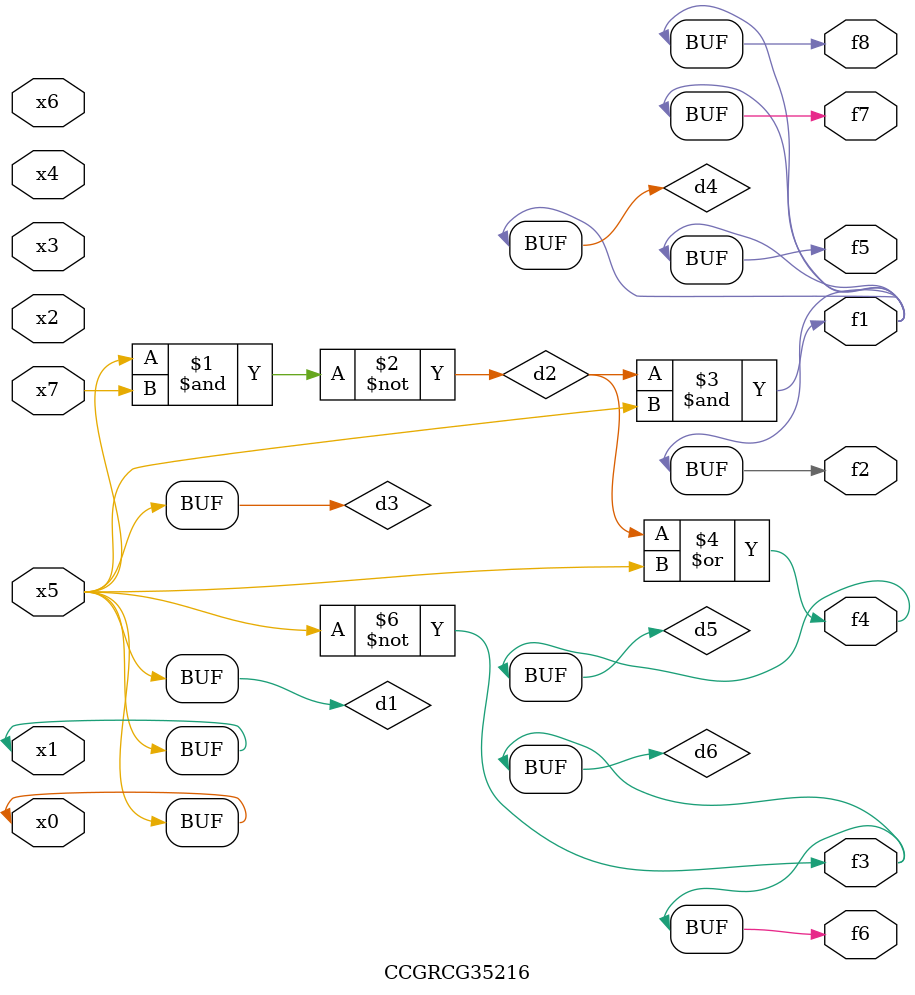
<source format=v>
module CCGRCG35216(
	input x0, x1, x2, x3, x4, x5, x6, x7,
	output f1, f2, f3, f4, f5, f6, f7, f8
);

	wire d1, d2, d3, d4, d5, d6;

	buf (d1, x0, x5);
	nand (d2, x5, x7);
	buf (d3, x0, x1);
	and (d4, d2, d3);
	or (d5, d2, d3);
	nor (d6, d1, d3);
	assign f1 = d4;
	assign f2 = d4;
	assign f3 = d6;
	assign f4 = d5;
	assign f5 = d4;
	assign f6 = d6;
	assign f7 = d4;
	assign f8 = d4;
endmodule

</source>
